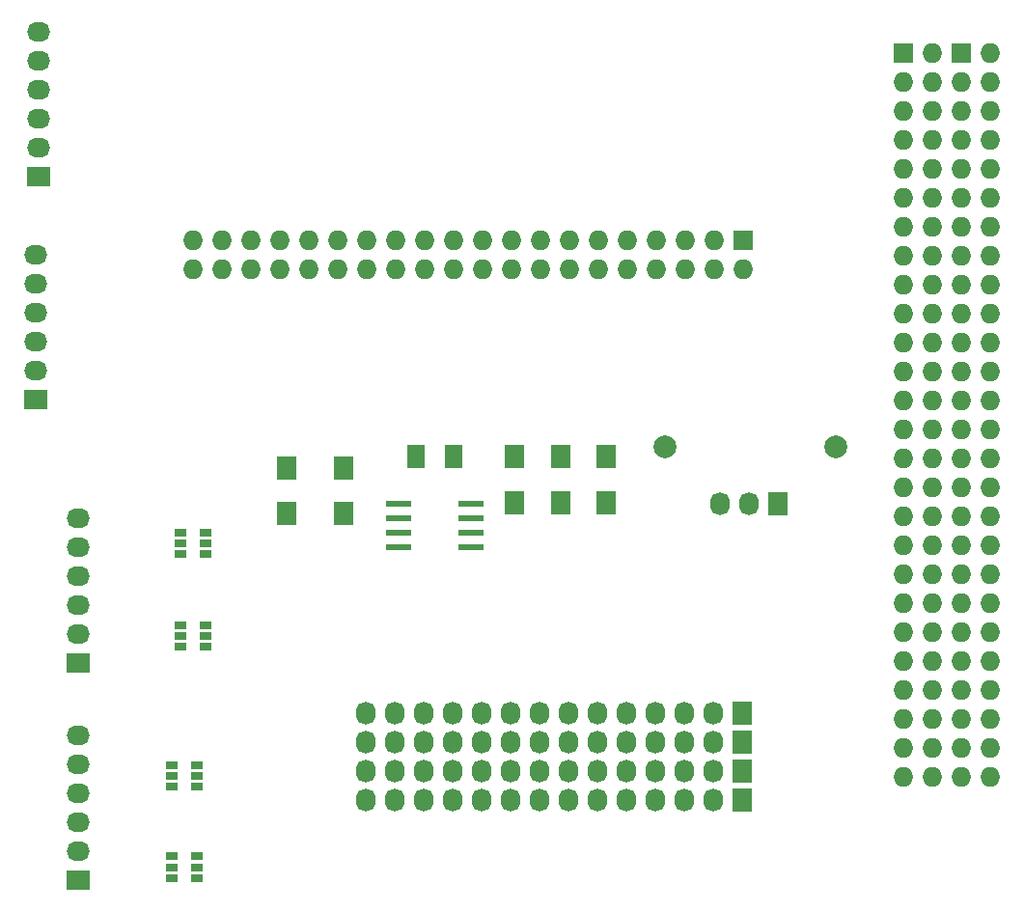
<source format=gbr>
G04 #@! TF.FileFunction,Soldermask,Top*
%FSLAX46Y46*%
G04 Gerber Fmt 4.6, Leading zero omitted, Abs format (unit mm)*
G04 Created by KiCad (PCBNEW (2015-04-08 BZR 5585)-product) date Tue 26 Apr 2016 05:59:57 PM CLT*
%MOMM*%
G01*
G04 APERTURE LIST*
%ADD10C,0.100000*%
%ADD11R,2.200000X0.508000*%
%ADD12R,1.727200X1.727200*%
%ADD13O,1.727200X1.727200*%
%ADD14R,1.727200X2.032000*%
%ADD15O,1.727200X2.032000*%
%ADD16C,1.998980*%
%ADD17R,1.700000X2.000000*%
%ADD18R,1.524000X2.032000*%
%ADD19R,2.032000X1.727200*%
%ADD20O,2.032000X1.727200*%
%ADD21R,1.060000X0.650000*%
G04 APERTURE END LIST*
D10*
D11*
X94175000Y-108095000D03*
X94175000Y-109365000D03*
X94175000Y-110635000D03*
X94175000Y-111905000D03*
X87825000Y-111905000D03*
X87825000Y-110635000D03*
X87825000Y-109365000D03*
X87825000Y-108095000D03*
D12*
X132080000Y-68580000D03*
D13*
X134620000Y-68580000D03*
X132080000Y-71120000D03*
X134620000Y-71120000D03*
X132080000Y-73660000D03*
X134620000Y-73660000D03*
X132080000Y-76200000D03*
X134620000Y-76200000D03*
X132080000Y-78740000D03*
X134620000Y-78740000D03*
X132080000Y-81280000D03*
X134620000Y-81280000D03*
X132080000Y-83820000D03*
X134620000Y-83820000D03*
X132080000Y-86360000D03*
X134620000Y-86360000D03*
X132080000Y-88900000D03*
X134620000Y-88900000D03*
X132080000Y-91440000D03*
X134620000Y-91440000D03*
X132080000Y-93980000D03*
X134620000Y-93980000D03*
X132080000Y-96520000D03*
X134620000Y-96520000D03*
X132080000Y-99060000D03*
X134620000Y-99060000D03*
X132080000Y-101600000D03*
X134620000Y-101600000D03*
X132080000Y-104140000D03*
X134620000Y-104140000D03*
X132080000Y-106680000D03*
X134620000Y-106680000D03*
X132080000Y-109220000D03*
X134620000Y-109220000D03*
X132080000Y-111760000D03*
X134620000Y-111760000D03*
X132080000Y-114300000D03*
X134620000Y-114300000D03*
X132080000Y-116840000D03*
X134620000Y-116840000D03*
X132080000Y-119380000D03*
X134620000Y-119380000D03*
X132080000Y-121920000D03*
X134620000Y-121920000D03*
X132080000Y-124460000D03*
X134620000Y-124460000D03*
X132080000Y-127000000D03*
X134620000Y-127000000D03*
X132080000Y-129540000D03*
X134620000Y-129540000D03*
X132080000Y-132080000D03*
X134620000Y-132080000D03*
D12*
X137160000Y-68580000D03*
D13*
X139700000Y-68580000D03*
X137160000Y-71120000D03*
X139700000Y-71120000D03*
X137160000Y-73660000D03*
X139700000Y-73660000D03*
X137160000Y-76200000D03*
X139700000Y-76200000D03*
X137160000Y-78740000D03*
X139700000Y-78740000D03*
X137160000Y-81280000D03*
X139700000Y-81280000D03*
X137160000Y-83820000D03*
X139700000Y-83820000D03*
X137160000Y-86360000D03*
X139700000Y-86360000D03*
X137160000Y-88900000D03*
X139700000Y-88900000D03*
X137160000Y-91440000D03*
X139700000Y-91440000D03*
X137160000Y-93980000D03*
X139700000Y-93980000D03*
X137160000Y-96520000D03*
X139700000Y-96520000D03*
X137160000Y-99060000D03*
X139700000Y-99060000D03*
X137160000Y-101600000D03*
X139700000Y-101600000D03*
X137160000Y-104140000D03*
X139700000Y-104140000D03*
X137160000Y-106680000D03*
X139700000Y-106680000D03*
X137160000Y-109220000D03*
X139700000Y-109220000D03*
X137160000Y-111760000D03*
X139700000Y-111760000D03*
X137160000Y-114300000D03*
X139700000Y-114300000D03*
X137160000Y-116840000D03*
X139700000Y-116840000D03*
X137160000Y-119380000D03*
X139700000Y-119380000D03*
X137160000Y-121920000D03*
X139700000Y-121920000D03*
X137160000Y-124460000D03*
X139700000Y-124460000D03*
X137160000Y-127000000D03*
X139700000Y-127000000D03*
X137160000Y-129540000D03*
X139700000Y-129540000D03*
X137160000Y-132080000D03*
X139700000Y-132080000D03*
D14*
X117950000Y-134080000D03*
D15*
X115410000Y-134080000D03*
X112870000Y-134080000D03*
X110330000Y-134080000D03*
X107790000Y-134080000D03*
X105250000Y-134080000D03*
X102710000Y-134080000D03*
X100170000Y-134080000D03*
X97630000Y-134080000D03*
X95090000Y-134080000D03*
X92550000Y-134080000D03*
X90010000Y-134080000D03*
X87470000Y-134080000D03*
X84930000Y-134080000D03*
D14*
X117950000Y-131540000D03*
D15*
X115410000Y-131540000D03*
X112870000Y-131540000D03*
X110330000Y-131540000D03*
X107790000Y-131540000D03*
X105250000Y-131540000D03*
X102710000Y-131540000D03*
X100170000Y-131540000D03*
X97630000Y-131540000D03*
X95090000Y-131540000D03*
X92550000Y-131540000D03*
X90010000Y-131540000D03*
X87470000Y-131540000D03*
X84930000Y-131540000D03*
D14*
X117950000Y-129000000D03*
D15*
X115410000Y-129000000D03*
X112870000Y-129000000D03*
X110330000Y-129000000D03*
X107790000Y-129000000D03*
X105250000Y-129000000D03*
X102710000Y-129000000D03*
X100170000Y-129000000D03*
X97630000Y-129000000D03*
X95090000Y-129000000D03*
X92550000Y-129000000D03*
X90010000Y-129000000D03*
X87470000Y-129000000D03*
X84930000Y-129000000D03*
D14*
X117950000Y-126460000D03*
D15*
X115410000Y-126460000D03*
X112870000Y-126460000D03*
X110330000Y-126460000D03*
X107790000Y-126460000D03*
X105250000Y-126460000D03*
X102710000Y-126460000D03*
X100170000Y-126460000D03*
X97630000Y-126460000D03*
X95090000Y-126460000D03*
X92550000Y-126460000D03*
X90010000Y-126460000D03*
X87470000Y-126460000D03*
X84930000Y-126460000D03*
D14*
X121100000Y-108100000D03*
D15*
X118560000Y-108100000D03*
X116020000Y-108100000D03*
D16*
X126200000Y-103100000D03*
X111200000Y-103100000D03*
D17*
X78000000Y-109000000D03*
X78000000Y-105000000D03*
X83000000Y-109000000D03*
X83000000Y-105000000D03*
X102000000Y-108000000D03*
X102000000Y-104000000D03*
X106000000Y-108000000D03*
X106000000Y-104000000D03*
D18*
X89349000Y-104000000D03*
X92651000Y-104000000D03*
D17*
X98000000Y-108000000D03*
X98000000Y-104000000D03*
D19*
X59690000Y-141160000D03*
D20*
X59690000Y-138620000D03*
X59690000Y-136080000D03*
X59690000Y-133540000D03*
X59690000Y-131000000D03*
X59690000Y-128460000D03*
D19*
X59690000Y-122110000D03*
D20*
X59690000Y-119570000D03*
X59690000Y-117030000D03*
X59690000Y-114490000D03*
X59690000Y-111950000D03*
X59690000Y-109410000D03*
D21*
X70100000Y-132950000D03*
X70100000Y-132000000D03*
X70100000Y-131050000D03*
X67900000Y-131050000D03*
X67900000Y-132950000D03*
X67900000Y-132000000D03*
X70100000Y-140950000D03*
X70100000Y-140000000D03*
X70100000Y-139050000D03*
X67900000Y-139050000D03*
X67900000Y-140950000D03*
X67900000Y-140000000D03*
X70900000Y-112550000D03*
X70900000Y-111600000D03*
X70900000Y-110650000D03*
X68700000Y-110650000D03*
X68700000Y-112550000D03*
X68700000Y-111600000D03*
X70900000Y-120650000D03*
X70900000Y-119700000D03*
X70900000Y-118750000D03*
X68700000Y-118750000D03*
X68700000Y-120650000D03*
X68700000Y-119700000D03*
D19*
X56000000Y-99000000D03*
D20*
X56000000Y-96460000D03*
X56000000Y-93920000D03*
X56000000Y-91380000D03*
X56000000Y-88840000D03*
X56000000Y-86300000D03*
D19*
X56200000Y-79400000D03*
D20*
X56200000Y-76860000D03*
X56200000Y-74320000D03*
X56200000Y-71780000D03*
X56200000Y-69240000D03*
X56200000Y-66700000D03*
D12*
X118000000Y-85000000D03*
D13*
X118000000Y-87540000D03*
X115460000Y-85000000D03*
X115460000Y-87540000D03*
X112920000Y-85000000D03*
X112920000Y-87540000D03*
X110380000Y-85000000D03*
X110380000Y-87540000D03*
X107840000Y-85000000D03*
X107840000Y-87540000D03*
X105300000Y-85000000D03*
X105300000Y-87540000D03*
X102760000Y-85000000D03*
X102760000Y-87540000D03*
X100220000Y-85000000D03*
X100220000Y-87540000D03*
X97680000Y-85000000D03*
X97680000Y-87540000D03*
X95140000Y-85000000D03*
X95140000Y-87540000D03*
X92600000Y-85000000D03*
X92600000Y-87540000D03*
X90060000Y-85000000D03*
X90060000Y-87540000D03*
X87520000Y-85000000D03*
X87520000Y-87540000D03*
X84980000Y-85000000D03*
X84980000Y-87540000D03*
X82440000Y-85000000D03*
X82440000Y-87540000D03*
X79900000Y-85000000D03*
X79900000Y-87540000D03*
X77360000Y-85000000D03*
X77360000Y-87540000D03*
X74820000Y-85000000D03*
X74820000Y-87540000D03*
X72280000Y-85000000D03*
X72280000Y-87540000D03*
X69740000Y-85000000D03*
X69740000Y-87540000D03*
M02*

</source>
